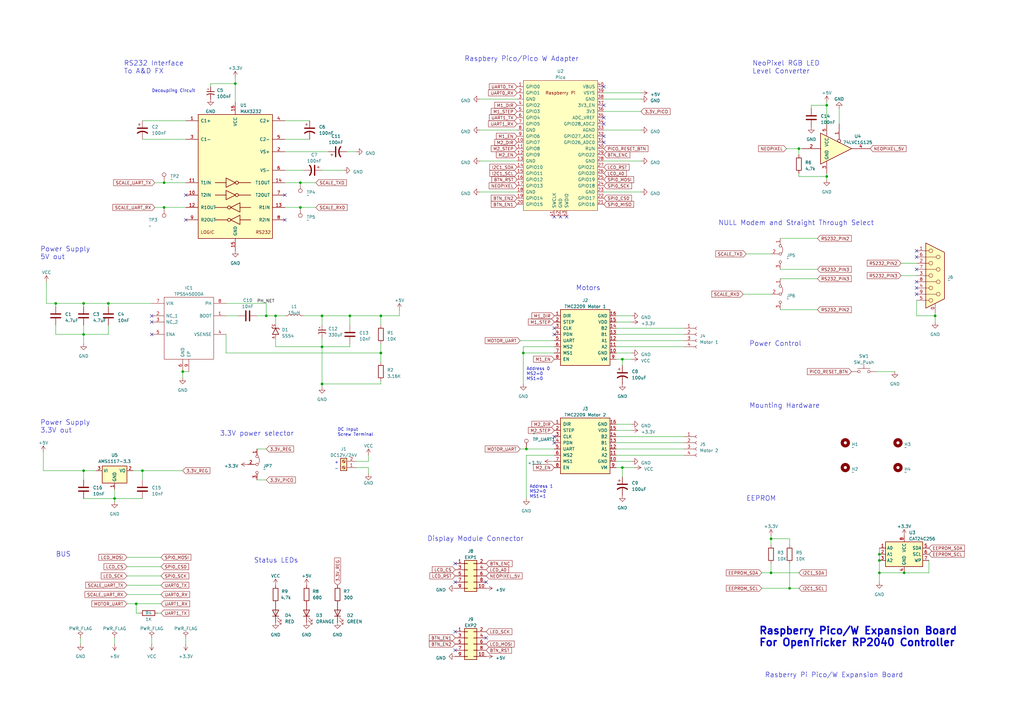
<source format=kicad_sch>
(kicad_sch (version 20230121) (generator eeschema)
  (paper "A3")
  (junction (at 55.88 247.65))
  (junction (at 316.23 234.95))
  (junction (at 327.66 60.96))
  (junction (at 339.09 43.18))
  (junction (at 67.31 85.09))
  (junction (at 34.29 124.46))
  (junction (at 156.21 129.54))
  (junction (at 123.19 85.09))
  (junction (at 74.93 152.4))
  (junction (at 58.42 193.04))
  (junction (at 132.08 129.54))
  (junction (at 214.63 144.78))
  (junction (at 96.52 34.29))
  (junction (at 44.45 124.46))
  (junction (at 34.29 137.16))
  (junction (at 255.27 147.32))
  (junction (at 360.68 234.95))
  (junction (at 360.68 229.87))
  (junction (at 132.08 157.48))
  (junction (at 360.68 227.33))
  (junction (at 370.84 234.95))
  (junction (at 215.9 184.15))
  (junction (at 34.29 193.04))
  (junction (at 143.51 129.54))
  (junction (at 316.23 220.98))
  (junction (at 156.21 144.78))
  (junction (at 67.31 74.93))
  (junction (at 123.19 74.93))
  (junction (at 323.85 241.3))
  (junction (at 339.09 72.39))
  (junction (at 113.03 129.54))
  (junction (at 109.22 129.54))
  (junction (at 132.08 142.24))
  (junction (at 46.99 204.47))
  (junction (at 383.54 129.54))
  (junction (at 22.86 124.46))
  (junction (at 255.27 191.77))
  (no_connect (at 62.23 129.54))
  (no_connect (at 229.87 88.9))
  (no_connect (at 227.33 179.07))
  (no_connect (at 227.33 137.16))
  (no_connect (at 186.69 238.76))
  (no_connect (at 247.65 50.8))
  (no_connect (at 227.33 134.62))
  (no_connect (at 76.2 80.01))
  (no_connect (at 227.33 181.61))
  (no_connect (at 247.65 48.26))
  (no_connect (at 375.92 115.57))
  (no_connect (at 247.65 58.42))
  (no_connect (at 62.23 137.16))
  (no_connect (at 76.2 90.17))
  (no_connect (at 227.33 88.9))
  (no_connect (at 375.92 102.87))
  (no_connect (at 247.65 55.88))
  (no_connect (at 232.41 88.9))
  (no_connect (at 375.92 110.49))
  (no_connect (at 62.23 132.08))
  (no_connect (at 199.39 261.62))
  (no_connect (at 247.65 43.18))
  (no_connect (at 375.92 105.41))
  (no_connect (at 375.92 118.11))
  (no_connect (at 375.92 120.65))
  (no_connect (at 199.39 238.76))
  (no_connect (at 247.65 35.56))
  (no_connect (at 116.84 80.01))
  (no_connect (at 186.69 259.08))
  (no_connect (at 186.69 231.14))
  (no_connect (at 186.69 266.7))
  (no_connect (at 116.84 90.17))
  (wire (pts (xy 215.9 186.69) (xy 215.9 204.47)))
  (wire (pts (xy 58.42 49.53) (xy 76.2 49.53)))
  (wire (pts (xy 151.13 191.77) (xy 151.13 194.31)))
  (wire (pts (xy 259.08 147.32) (xy 255.27 147.32)))
  (wire (pts (xy 316.23 231.14) (xy 316.23 234.95)))
  (wire (pts (xy 255.27 191.77) (xy 252.73 191.77)))
  (wire (pts (xy 262.89 53.34) (xy 247.65 53.34)))
  (wire (pts (xy 142.24 62.23) (xy 146.05 62.23)))
  (wire (pts (xy 52.07 232.41) (xy 66.04 232.41)))
  (wire (pts (xy 359.41 152.4) (xy 367.03 152.4)))
  (wire (pts (xy 66.04 243.84) (xy 52.07 243.84)))
  (wire (pts (xy 22.86 133.35) (xy 22.86 137.16)))
  (wire (pts (xy 327.66 72.39) (xy 339.09 72.39)))
  (wire (pts (xy 252.73 137.16) (xy 280.67 137.16)))
  (wire (pts (xy 58.42 193.04) (xy 74.93 193.04)))
  (wire (pts (xy 44.45 133.35) (xy 44.45 137.16)))
  (wire (pts (xy 17.78 193.04) (xy 34.29 193.04)))
  (wire (pts (xy 146.05 189.23) (xy 151.13 189.23)))
  (wire (pts (xy 252.73 134.62) (xy 280.67 134.62)))
  (wire (pts (xy 86.36 34.29) (xy 96.52 34.29)))
  (wire (pts (xy 316.23 220.98) (xy 316.23 223.52)))
  (wire (pts (xy 316.23 234.95) (xy 327.66 234.95)))
  (wire (pts (xy 323.85 223.52) (xy 323.85 220.98)))
  (wire (pts (xy 322.58 60.96) (xy 327.66 60.96)))
  (wire (pts (xy 196.85 66.04) (xy 212.09 66.04)))
  (wire (pts (xy 156.21 156.21) (xy 156.21 157.48)))
  (wire (pts (xy 320.04 114.3) (xy 335.28 114.3)))
  (wire (pts (xy 44.45 124.46) (xy 44.45 125.73)))
  (wire (pts (xy 344.17 44.45) (xy 344.17 50.8)))
  (wire (pts (xy 116.84 62.23) (xy 134.62 62.23)))
  (wire (pts (xy 109.22 124.46) (xy 109.22 129.54)))
  (wire (pts (xy 34.29 137.16) (xy 34.29 140.97)))
  (wire (pts (xy 46.99 204.47) (xy 58.42 204.47)))
  (wire (pts (xy 156.21 129.54) (xy 156.21 133.35)))
  (wire (pts (xy 34.29 193.04) (xy 39.37 193.04)))
  (wire (pts (xy 316.23 219.71) (xy 316.23 220.98)))
  (wire (pts (xy 259.08 173.99) (xy 252.73 173.99)))
  (wire (pts (xy 320.04 127) (xy 335.28 127)))
  (wire (pts (xy 227.33 186.69) (xy 215.9 186.69)))
  (wire (pts (xy 306.07 104.14) (xy 316.23 104.14)))
  (wire (pts (xy 339.09 43.18) (xy 339.09 50.8)))
  (wire (pts (xy 34.29 193.04) (xy 34.29 196.85)))
  (wire (pts (xy 143.51 129.54) (xy 156.21 129.54)))
  (wire (pts (xy 327.66 60.96) (xy 328.93 60.96)))
  (wire (pts (xy 116.84 49.53) (xy 127 49.53)))
  (wire (pts (xy 151.13 189.23) (xy 151.13 186.69)))
  (wire (pts (xy 55.88 247.65) (xy 66.04 247.65)))
  (wire (pts (xy 252.73 176.53) (xy 259.08 176.53)))
  (wire (pts (xy 252.73 186.69) (xy 280.67 186.69)))
  (wire (pts (xy 54.61 193.04) (xy 58.42 193.04)))
  (wire (pts (xy 67.31 85.09) (xy 76.2 85.09)))
  (wire (pts (xy 132.08 142.24) (xy 132.08 157.48)))
  (wire (pts (xy 327.66 60.96) (xy 327.66 63.5)))
  (wire (pts (xy 19.05 124.46) (xy 22.86 124.46)))
  (wire (pts (xy 252.73 132.08) (xy 259.08 132.08)))
  (wire (pts (xy 260.35 191.77) (xy 255.27 191.77)))
  (wire (pts (xy 86.36 35.56) (xy 86.36 34.29)))
  (wire (pts (xy 92.71 124.46) (xy 109.22 124.46)))
  (wire (pts (xy 92.71 137.16) (xy 92.71 144.78)))
  (wire (pts (xy 109.22 129.54) (xy 113.03 129.54)))
  (wire (pts (xy 360.68 234.95) (xy 360.68 238.76)))
  (wire (pts (xy 383.54 132.08) (xy 383.54 129.54)))
  (wire (pts (xy 76.2 261.62) (xy 76.2 264.16)))
  (wire (pts (xy 132.08 69.85) (xy 140.97 69.85)))
  (wire (pts (xy 58.42 193.04) (xy 58.42 196.85)))
  (wire (pts (xy 381 229.87) (xy 381 234.95)))
  (wire (pts (xy 132.08 129.54) (xy 132.08 133.35)))
  (wire (pts (xy 255.27 147.32) (xy 255.27 149.86)))
  (wire (pts (xy 252.73 144.78) (xy 259.08 144.78)))
  (wire (pts (xy 381 234.95) (xy 370.84 234.95)))
  (wire (pts (xy 19.05 115.57) (xy 19.05 124.46)))
  (wire (pts (xy 116.84 57.15) (xy 127 57.15)))
  (wire (pts (xy 52.07 240.03) (xy 66.04 240.03)))
  (wire (pts (xy 327.66 71.12) (xy 327.66 72.39)))
  (wire (pts (xy 34.29 124.46) (xy 34.29 125.73)))
  (wire (pts (xy 74.93 152.4) (xy 74.93 154.94)))
  (wire (pts (xy 113.03 142.24) (xy 132.08 142.24)))
  (wire (pts (xy 262.89 45.72) (xy 247.65 45.72)))
  (wire (pts (xy 58.42 57.15) (xy 76.2 57.15)))
  (wire (pts (xy 92.71 129.54) (xy 97.79 129.54)))
  (wire (pts (xy 132.08 138.43) (xy 132.08 142.24)))
  (wire (pts (xy 124.46 129.54) (xy 132.08 129.54)))
  (wire (pts (xy 304.8 120.65) (xy 316.23 120.65)))
  (wire (pts (xy 34.29 133.35) (xy 34.29 137.16)))
  (wire (pts (xy 339.09 41.91) (xy 339.09 43.18)))
  (wire (pts (xy 332.74 43.18) (xy 339.09 43.18)))
  (wire (pts (xy 360.68 229.87) (xy 360.68 234.95)))
  (wire (pts (xy 22.86 137.16) (xy 34.29 137.16)))
  (wire (pts (xy 64.77 251.46) (xy 66.04 251.46)))
  (wire (pts (xy 55.88 247.65) (xy 55.88 251.46)))
  (wire (pts (xy 255.27 147.32) (xy 252.73 147.32)))
  (wire (pts (xy 44.45 137.16) (xy 34.29 137.16)))
  (wire (pts (xy 156.21 157.48) (xy 132.08 157.48)))
  (wire (pts (xy 34.29 124.46) (xy 44.45 124.46)))
  (wire (pts (xy 252.73 181.61) (xy 280.67 181.61)))
  (wire (pts (xy 339.09 72.39) (xy 339.09 71.12)))
  (wire (pts (xy 252.73 189.23) (xy 259.08 189.23)))
  (wire (pts (xy 196.85 53.34) (xy 212.09 53.34)))
  (wire (pts (xy 92.71 144.78) (xy 156.21 144.78)))
  (wire (pts (xy 143.51 140.97) (xy 143.51 142.24)))
  (wire (pts (xy 129.54 74.93) (xy 123.19 74.93)))
  (wire (pts (xy 252.73 139.7) (xy 280.67 139.7)))
  (wire (pts (xy 146.05 191.77) (xy 151.13 191.77)))
  (wire (pts (xy 34.29 204.47) (xy 46.99 204.47)))
  (wire (pts (xy 132.08 157.48) (xy 132.08 158.75)))
  (wire (pts (xy 262.89 78.74) (xy 247.65 78.74)))
  (wire (pts (xy 360.68 224.79) (xy 360.68 227.33)))
  (wire (pts (xy 46.99 204.47) (xy 46.99 205.74)))
  (wire (pts (xy 227.33 142.24) (xy 214.63 142.24)))
  (wire (pts (xy 74.93 152.4) (xy 77.47 152.4)))
  (wire (pts (xy 22.86 124.46) (xy 22.86 125.73)))
  (wire (pts (xy 375.92 129.54) (xy 383.54 129.54)))
  (wire (pts (xy 252.73 184.15) (xy 280.67 184.15)))
  (wire (pts (xy 109.22 196.85) (xy 105.41 196.85)))
  (wire (pts (xy 323.85 220.98) (xy 316.23 220.98)))
  (wire (pts (xy 46.99 200.66) (xy 46.99 204.47)))
  (wire (pts (xy 44.45 124.46) (xy 62.23 124.46)))
  (wire (pts (xy 143.51 142.24) (xy 132.08 142.24)))
  (wire (pts (xy 339.09 73.66) (xy 339.09 72.39)))
  (wire (pts (xy 255.27 191.77) (xy 255.27 195.58)))
  (wire (pts (xy 109.22 184.15) (xy 105.41 184.15)))
  (wire (pts (xy 369.57 107.95) (xy 375.92 107.95)))
  (wire (pts (xy 196.85 40.64) (xy 212.09 40.64)))
  (wire (pts (xy 375.92 123.19) (xy 375.92 129.54)))
  (wire (pts (xy 312.42 241.3) (xy 323.85 241.3)))
  (wire (pts (xy 57.15 251.46) (xy 55.88 251.46)))
  (wire (pts (xy 323.85 231.14) (xy 323.85 241.3)))
  (wire (pts (xy 215.9 184.15) (xy 227.33 184.15)))
  (wire (pts (xy 116.84 69.85) (xy 124.46 69.85)))
  (wire (pts (xy 52.07 236.22) (xy 66.04 236.22)))
  (wire (pts (xy 262.89 40.64) (xy 247.65 40.64)))
  (wire (pts (xy 62.23 261.62) (xy 62.23 264.16)))
  (wire (pts (xy 259.08 129.54) (xy 252.73 129.54)))
  (wire (pts (xy 369.57 113.03) (xy 375.92 113.03)))
  (wire (pts (xy 105.41 129.54) (xy 109.22 129.54)))
  (wire (pts (xy 252.73 179.07) (xy 280.67 179.07)))
  (wire (pts (xy 96.52 34.29) (xy 96.52 41.91)))
  (wire (pts (xy 214.63 144.78) (xy 227.33 144.78)))
  (wire (pts (xy 213.36 184.15) (xy 215.9 184.15)))
  (wire (pts (xy 226.06 189.23) (xy 227.33 189.23)))
  (wire (pts (xy 156.21 129.54) (xy 163.83 129.54)))
  (wire (pts (xy 360.68 234.95) (xy 370.84 234.95)))
  (wire (pts (xy 123.19 74.93) (xy 116.84 74.93)))
  (wire (pts (xy 213.36 139.7) (xy 227.33 139.7)))
  (wire (pts (xy 360.68 227.33) (xy 360.68 229.87)))
  (wire (pts (xy 129.54 85.09) (xy 123.19 85.09)))
  (wire (pts (xy 33.02 261.62) (xy 33.02 264.16)))
  (wire (pts (xy 323.85 241.3) (xy 327.66 241.3)))
  (wire (pts (xy 46.99 261.62) (xy 46.99 264.16)))
  (wire (pts (xy 163.83 129.54) (xy 163.83 127)))
  (wire (pts (xy 196.85 78.74) (xy 212.09 78.74)))
  (wire (pts (xy 52.07 247.65) (xy 55.88 247.65)))
  (wire (pts (xy 63.5 85.09) (xy 67.31 85.09)))
  (wire (pts (xy 113.03 129.54) (xy 113.03 133.35)))
  (wire (pts (xy 252.73 142.24) (xy 280.67 142.24)))
  (wire (pts (xy 22.86 124.46) (xy 34.29 124.46)))
  (wire (pts (xy 320.04 110.49) (xy 335.28 110.49)))
  (wire (pts (xy 113.03 138.43) (xy 113.03 142.24)))
  (wire (pts (xy 52.07 228.6) (xy 66.04 228.6)))
  (wire (pts (xy 214.63 144.78) (xy 214.63 157.48)))
  (wire (pts (xy 123.19 85.09) (xy 116.84 85.09)))
  (wire (pts (xy 113.03 129.54) (xy 116.84 129.54)))
  (wire (pts (xy 320.04 97.79) (xy 335.28 97.79)))
  (wire (pts (xy 312.42 234.95) (xy 316.23 234.95)))
  (wire (pts (xy 17.78 185.42) (xy 17.78 193.04)))
  (wire (pts (xy 143.51 129.54) (xy 143.51 133.35)))
  (wire (pts (xy 262.89 66.04) (xy 247.65 66.04)))
  (wire (pts (xy 63.5 74.93) (xy 67.31 74.93)))
  (wire (pts (xy 332.74 44.45) (xy 332.74 43.18)))
  (wire (pts (xy 132.08 129.54) (xy 143.51 129.54)))
  (wire (pts (xy 214.63 142.24) (xy 214.63 144.78)))
  (wire (pts (xy 383.54 129.54) (xy 383.54 128.27)))
  (wire (pts (xy 96.52 31.75) (xy 96.52 34.29)))
  (wire (pts (xy 156.21 140.97) (xy 156.21 144.78)))
  (wire (pts (xy 262.89 38.1) (xy 247.65 38.1)))
  (wire (pts (xy 67.31 74.93) (xy 76.2 74.93)))
  (wire (pts (xy 156.21 144.78) (xy 156.21 148.59)))
  (text "Motors" (at 236.22 119.38 0) (effects (font (size 2 2)) (justify left bottom)))
  (text "Address 1\nMS2=0\nMS1=1" (at 217.17 204.47 0) (effects (font (size 1.27 1.27)) (justify left bottom)))
  (text "NeoPixel RGB LED\nLevel Converter" (at 308.61 30.48 0) (effects (font (size 2 2)) (justify left bottom)))
  (text "BUS" (at 22.86 228.6 0) (effects (font (size 2 2)) (justify left bottom)))
  (text "Mounting Hardware" (at 307.34 167.64 0) (effects (font (size 2 2)) (justify left bottom)))
  (text "EEPROM" (at 306.07 205.74 0) (effects (font (size 2 2)) (justify left bottom)))
  (text "Display Module Connector" (at 175.26 222.25 0) (effects (font (size 2 2)) (justify left bottom)))
  (text "Raspberry Pico/W Expansion Board\nFor OpenTricker RP2040 Controller" (at 311.15 265.43 0) (effects (font (size 3 3) (thickness 0.6) bold) (justify left bottom)))
  (text "Decoupling Circuit" (at 62.23 38.1 0) (effects (font (size 1.27 1.27)) (justify left bottom)))
  (text "DC Input\nScrew Terminal" (at 138.43 179.07 0) (effects (font (size 1.27 1.27)) (justify left bottom)))
  (text "3.3V power selector" (at 90.17 179.07 0) (effects (font (size 2 2)) (justify left bottom)))
  (text "RS232 Interface\nTo A&D FX" (at 50.8 30.48 0) (effects (font (size 2 2)) (justify left bottom)))
  (text "Power Supply\n5V out" (at 16.51 106.68 0) (effects (font (size 2 2)) (justify left bottom)))
  (text "Power Supply\n3.3V out" (at 16.51 177.8 0) (effects (font (size 2 2)) (justify left bottom)))
  (text "Rasberry Pi Pico/W Expansion Board" (at 313.69 278.13 0) (effects (font (size 2 2)) (justify left bottom)))
  (text "Power Control" (at 307.34 142.24 0) (effects (font (size 2 2)) (justify left bottom)))
  (text "+" (at 137.16 190.5 0) (effects (font (size 1.27 1.27)) (justify left bottom)))
  (text "Raspbery Pico/Pico W Adapter" (at 190.5 25.4 0) (effects (font (size 2 2)) (justify left bottom)))
  (text "Status LEDs" (at 104.14 231.14 0) (effects (font (size 2 2)) (justify left bottom)))
  (text "-" (at 137.16 193.04 0) (effects (font (size 1.27 1.27)) (justify left bottom)))
  (text "Address 0\nMS2=0\nMS1=0" (at 215.9 156.21 0) (effects (font (size 1.27 1.27)) (justify left bottom)))
  (text "NULL Modem and Straight Through Select" (at 294.64 92.71 0) (effects (font (size 2 2)) (justify left bottom)))
  (label "PH_NET" (at 105.41 124.46 0))
  (global_label "EEPROM_SDA" (shape input) (at 312.42 234.95 180) (property "Intersheetrefs" "${INTERSHEET_REFS}" (effects hide)))
  (global_label "MOTOR_UART" (shape input) (at 52.07 247.65 180) (property "Intersheetrefs" "${INTERSHEET_REFS}" (effects hide)))
  (global_label "LCD_A0" (shape input) (at 247.65 71.12 0) (property "Intersheetrefs" "${INTERSHEET_REFS}" (effects hide)))
  (global_label "3.3V_REG" (shape input) (at 109.22 184.15 0) (property "Intersheetrefs" "${INTERSHEET_REFS}" (effects hide)))
  (global_label "NEOPIXEL" (shape input) (at 212.09 76.2 180) (property "Intersheetrefs" "${INTERSHEET_REFS}" (effects hide)))
  (global_label "SCALE_UART_TX" (shape input) (at 63.5 74.93 180) (property "Intersheetrefs" "${INTERSHEET_REFS}" (effects hide)))
  (global_label "RS232_PIN3" (shape input) (at 335.28 110.49 0) (property "Intersheetrefs" "${INTERSHEET_REFS}" (effects hide)))
  (global_label "BTN_EN2" (shape input) (at 186.69 264.16 180) (property "Intersheetrefs" "${INTERSHEET_REFS}" (effects hide)))
  (global_label "M1_EN" (shape input) (at 227.33 147.32 180) (property "Intersheetrefs" "${INTERSHEET_REFS}" (effects hide)))
  (global_label "SCALE_TXD" (shape input) (at 129.54 74.93 0) (property "Intersheetrefs" "${INTERSHEET_REFS}" (effects hide)))
  (global_label "MOTOR_UART" (shape input) (at 213.36 139.7 180) (property "Intersheetrefs" "${INTERSHEET_REFS}" (effects hide)))
  (global_label "BTN_EN1" (shape input) (at 186.69 261.62 180) (property "Intersheetrefs" "${INTERSHEET_REFS}" (effects hide)))
  (global_label "BTN_RST" (shape input) (at 199.39 266.7 0) (property "Intersheetrefs" "${INTERSHEET_REFS}" (effects hide)))
  (global_label "UART1_RX" (shape input) (at 212.09 50.8 180) (property "Intersheetrefs" "${INTERSHEET_REFS}" (effects hide)))
  (global_label "M2_STEP" (shape input) (at 227.33 176.53 180) (property "Intersheetrefs" "${INTERSHEET_REFS}" (effects hide)))
  (global_label "EEPROM_SCL" (shape input) (at 312.42 241.3 180) (property "Intersheetrefs" "${INTERSHEET_REFS}" (effects hide)))
  (global_label "LCD_CS" (shape input) (at 186.69 233.68 180) (property "Intersheetrefs" "${INTERSHEET_REFS}" (effects hide)))
  (global_label "LCD_MOSI" (shape input) (at 52.07 228.6 180) (property "Intersheetrefs" "${INTERSHEET_REFS}" (effects hide)))
  (global_label "UART1_RX" (shape input) (at 66.04 247.65 0) (property "Intersheetrefs" "${INTERSHEET_REFS}" (effects hide)))
  (global_label "PICO_RESET_BTN" (shape input) (at 247.65 60.96 0) (property "Intersheetrefs" "${INTERSHEET_REFS}" (effects hide)))
  (global_label "SPI0_MOSI" (shape input) (at 247.65 73.66 0) (property "Intersheetrefs" "${INTERSHEET_REFS}" (effects hide)))
  (global_label "LCD_A0" (shape input) (at 199.39 233.68 0) (property "Intersheetrefs" "${INTERSHEET_REFS}" (effects hide)))
  (global_label "3.3V_PICO" (shape input) (at 109.22 196.85 0) (property "Intersheetrefs" "${INTERSHEET_REFS}" (effects hide)))
  (global_label "RS232_PIN2" (shape input) (at 369.57 107.95 180) (property "Intersheetrefs" "${INTERSHEET_REFS}" (effects hide)))
  (global_label "SCALE_RXD" (shape input) (at 304.8 120.65 180) (property "Intersheetrefs" "${INTERSHEET_REFS}" (effects hide)))
  (global_label "M2_EN" (shape input) (at 227.33 191.77 180) (property "Intersheetrefs" "${INTERSHEET_REFS}" (effects hide)))
  (global_label "LCD_MOSI" (shape input) (at 199.39 264.16 0) (property "Intersheetrefs" "${INTERSHEET_REFS}" (effects hide)))
  (global_label "M1_STEP" (shape input) (at 227.33 132.08 180) (property "Intersheetrefs" "${INTERSHEET_REFS}" (effects hide)))
  (global_label "BTN_EN2" (shape input) (at 212.09 81.28 180) (property "Intersheetrefs" "${INTERSHEET_REFS}" (effects hide)))
  (global_label "SCALE_UART_TX" (shape input) (at 52.07 240.03 180) (property "Intersheetrefs" "${INTERSHEET_REFS}" (effects hide)))
  (global_label "I2C1_SDA" (shape input) (at 212.09 68.58 180) (property "Intersheetrefs" "${INTERSHEET_REFS}" (effects hide)))
  (global_label "M1_EN" (shape input) (at 212.09 55.88 180) (property "Intersheetrefs" "${INTERSHEET_REFS}" (effects hide)))
  (global_label "M2_EN" (shape input) (at 212.09 63.5 180) (property "Intersheetrefs" "${INTERSHEET_REFS}" (effects hide)))
  (global_label "LCD_RST" (shape input) (at 247.65 68.58 0) (property "Intersheetrefs" "${INTERSHEET_REFS}" (effects hide)))
  (global_label "EEPROM_SCL" (shape input) (at 381 227.33 0) (property "Intersheetrefs" "${INTERSHEET_REFS}" (effects hide)))
  (global_label "LED_SCK" (shape input) (at 199.39 259.08 0) (property "Intersheetrefs" "${INTERSHEET_REFS}" (effects hide)))
  (global_label "I2C1_SDA" (shape input) (at 327.66 234.95 0) (property "Intersheetrefs" "${INTERSHEET_REFS}" (effects hide)))
  (global_label "SPI0_CS0" (shape input) (at 66.04 232.41 0) (property "Intersheetrefs" "${INTERSHEET_REFS}" (effects hide)))
  (global_label "SPI0_CS0" (shape input) (at 247.65 81.28 0) (property "Intersheetrefs" "${INTERSHEET_REFS}" (effects hide)))
  (global_label "NEOPIXEL" (shape input) (at 322.58 60.96 180) (property "Intersheetrefs" "${INTERSHEET_REFS}" (effects hide)))
  (global_label "SCALE_UART_RX" (shape input) (at 63.5 85.09 180) (property "Intersheetrefs" "${INTERSHEET_REFS}" (effects hide)))
  (global_label "M2_DIR" (shape input) (at 227.33 173.99 180) (property "Intersheetrefs" "${INTERSHEET_REFS}" (effects hide)))
  (global_label "BTN_ENC" (shape input) (at 247.65 63.5 0) (property "Intersheetrefs" "${INTERSHEET_REFS}" (effects hide)))
  (global_label "SPI0_SCK" (shape input) (at 66.04 236.22 0) (property "Intersheetrefs" "${INTERSHEET_REFS}" (effects hide)))
  (global_label "NEOPIXEL_5V" (shape input) (at 199.39 236.22 0) (property "Intersheetrefs" "${INTERSHEET_REFS}" (effects hide)))
  (global_label "SCALE_TXD" (shape input) (at 306.07 104.14 180) (property "Intersheetrefs" "${INTERSHEET_REFS}" (effects hide)))
  (global_label "M2_STEP" (shape input) (at 212.09 60.96 180) (property "Intersheetrefs" "${INTERSHEET_REFS}" (effects hide)))
  (global_label "SPI0_MOSI" (shape input) (at 66.04 228.6 0) (property "Intersheetrefs" "${INTERSHEET_REFS}" (effects hide)))
  (global_label "UART0_TX" (shape input) (at 212.09 35.56 180) (property "Intersheetrefs" "${INTERSHEET_REFS}" (effects hide)))
  (global_label "UART0_TX" (shape input) (at 66.04 240.03 0) (property "Intersheetrefs" "${INTERSHEET_REFS}" (effects hide)))
  (global_label "LED_SCK" (shape input) (at 52.07 236.22 180) (property "Intersheetrefs" "${INTERSHEET_REFS}" (effects hide)))
  (global_label "RS232_PIN2" (shape input) (at 335.28 97.79 0) (property "Intersheetrefs" "${INTERSHEET_REFS}" (effects hide)))
  (global_label "RS232_PIN3" (shape input) (at 335.28 114.3 0) (property "Intersheetrefs" "${INTERSHEET_REFS}" (effects hide)))
  (global_label "BTN_ENC" (shape input) (at 199.39 231.14 0) (property "Intersheetrefs" "${INTERSHEET_REFS}" (effects hide)))
  (global_label "SPI0_SCK" (shape input) (at 247.65 76.2 0) (property "Intersheetrefs" "${INTERSHEET_REFS}" (effects hide)))
  (global_label "I2C1_SCL" (shape input) (at 327.66 241.3 0) (property "Intersheetrefs" "${INTERSHEET_REFS}" (effects hide)))
  (global_label "RS232_PIN2" (shape input) (at 335.28 127 0) (property "Intersheetrefs" "${INTERSHEET_REFS}" (effects hide)))
  (global_label "LCD_CS" (shape input) (at 52.07 232.41 180) (property "Intersheetrefs" "${INTERSHEET_REFS}" (effects hide)))
  (global_label "UART1_TX" (shape input) (at 66.04 251.46 0) (property "Intersheetrefs" "${INTERSHEET_REFS}" (effects hide)))
  (global_label "3.3V_PICO" (shape input) (at 262.89 45.72 0) (property "Intersheetrefs" "${INTERSHEET_REFS}" (effects hide)))
  (global_label "SCALE_RXD" (shape input) (at 129.54 85.09 0) (property "Intersheetrefs" "${INTERSHEET_REFS}" (effects hide)))
  (global_label "3.3V_REG" (shape input) (at 74.93 193.04 0) (property "Intersheetrefs" "${INTERSHEET_REFS}" (effects hide)))
  (global_label "NEOPIXEL_5V" (shape input) (at 356.87 60.96 0) (property "Intersheetrefs" "${INTERSHEET_REFS}" (effects hide)))
  (global_label "BTN_EN1" (shape input) (at 212.09 83.82 180) (property "Intersheetrefs" "${INTERSHEET_REFS}" (effects hide)))
  (global_label "RS232_PIN3" (shape input) (at 369.57 113.03 180) (property "Intersheetrefs" "${INTERSHEET_REFS}" (effects hide)))
  (global_label "BTN_RST" (shape input) (at 212.09 73.66 180) (property "Intersheetrefs" "${INTERSHEET_REFS}" (effects hide)))
  (global_label "EEPROM_SDA" (shape input) (at 381 224.79 0) (property "Intersheetrefs" "${INTERSHEET_REFS}" (effects hide)))
  (global_label "SCALE_UART_RX" (shape input) (at 52.07 243.84 180) (property "Intersheetrefs" "${INTERSHEET_REFS}" (effects hide)))
  (global_label "LCD_RST" (shape input) (at 186.69 236.22 180) (property "Intersheetrefs" "${INTERSHEET_REFS}" (effects hide)))
  (global_label "UART0_RX" (shape input) (at 66.04 243.84 0) (property "Intersheetrefs" "${INTERSHEET_REFS}" (effects hide)))
  (global_label "M1_DIR" (shape input) (at 212.09 43.18 180) (property "Intersheetrefs" "${INTERSHEET_REFS}" (effects hide)))
  (global_label "3.3V_REG" (shape input) (at 138.43 240.03 90) (property "Intersheetrefs" "${INTERSHEET_REFS}" (effects hide)))
  (global_label "UART1_TX" (shape input) (at 212.09 48.26 180) (property "Intersheetrefs" "${INTERSHEET_REFS}" (effects hide)))
  (global_label "SPI0_MISO" (shape input) (at 247.65 83.82 0) (property "Intersheetrefs" "${INTERSHEET_REFS}" (effects hide)))
  (global_label "UART0_RX" (shape input) (at 212.09 38.1 180) (property "Intersheetrefs" "${INTERSHEET_REFS}" (effects hide)))
  (global_label "PICO_RESET_BTN" (shape input) (at 349.25 152.4 180) (property "Intersheetrefs" "${INTERSHEET_REFS}" (effects hide)))
  (global_label "M2_DIR" (shape input) (at 212.09 58.42 180) (property "Intersheetrefs" "${INTERSHEET_REFS}" (effects hide)))
  (global_label "MOTOR_UART" (shape input) (at 213.36 184.15 180) (property "Intersheetrefs" "${INTERSHEET_REFS}" (effects hide)))
  (global_label "M1_STEP" (shape input) (at 212.09 45.72 180) (property "Intersheetrefs" "${INTERSHEET_REFS}" (effects hide)))
  (global_label "M1_DIR" (shape input) (at 227.33 129.54 180) (property "Intersheetrefs" "${INTERSHEET_REFS}" (effects hide)))
  (global_label "I2C1_SCL" (shape input) (at 212.09 71.12 180) (property "Intersheetrefs" "${INTERSHEET_REFS}" (effects hide)))
  (symbol (lib_id "Device:C") (at 34.29 200.66 0) (unit 1)
    (property "Reference" "C16" (at 38.1 200.025 0) (effects (justify left)))
    (property "Value" "10nF" (at 38.1 202.565 0) (effects (justify left)))
    (property "Footprint" "Capacitor_SMD:C_0805_2012Metric_Pad1.18x1.45mm_HandSolder" (effects hide))
  )
  (symbol (lib_id "power:GND") (at 259.08 144.78 90) (unit 1)
    (property "Reference" "#PWR016" (effects hide))
    (property "Value" "GND" (at 262.89 145.415 90) (effects (justify right)))
  )
  (symbol (lib_id "power:VCC") (at 260.35 191.77 270) (unit 1)
    (property "Reference" "#PWR021" (effects hide))
    (property "Value" "VCC" (at 264.16 192.405 90) (effects (justify left)))
  )
  (symbol (lib_id "power:PWR_FLAG") (at 76.2 261.62 0) (unit 1)
    (property "Reference" "#FLG04" (effects hide))
    (property "Value" "PWR_FLAG" (at 76.2 257.81 0))
  )
  (symbol (lib_id "power:GND") (at 360.68 238.76 0) (unit 1)
    (property "Reference" "#PWR047" (effects hide))
    (property "Value" "GND" (at 360.68 243.84 0))
  )
  (symbol (lib_id "power:VCC") (at 62.23 264.16 180) (unit 1)
    (property "Reference" "#PWR037" (effects hide))
    (property "Value" "VCC" (at 62.23 269.24 0))
  )
  (symbol (lib_id "power:GND") (at 125.73 255.27 0) (unit 1)
    (property "Reference" "#PWR056" (effects hide))
    (property "Value" "GND" (at 125.73 260.35 0))
  )
  (symbol (lib_id "power:GND") (at 259.08 173.99 90) (unit 1)
    (property "Reference" "#PWR018" (effects hide))
    (property "Value" "GND" (at 262.89 174.625 90) (effects (justify right)))
  )
  (symbol (lib_id "Connector:Screw_Terminal_01x02") (at 140.97 191.77 180) (unit 1)
    (property "Reference" "J1" (at 140.97 184.15 0))
    (property "Value" "DC12V/24V" (at 140.97 186.69 0))
    (property "Footprint" "TerminalBlock:TerminalBlock_bornier-2_P5.08mm" (effects hide))
  )
  (symbol (lib_id "power:GND") (at 113.03 255.27 0) (unit 1)
    (property "Reference" "#PWR058" (effects hide))
    (property "Value" "GND" (at 113.03 260.35 0))
  )
  (symbol (lib_id "Device:C_Polarized_Small_US") (at 132.08 135.89 0) (unit 1)
    (property "Reference" "C12" (at 134.62 134.8232 0) (effects (justify left)))
    (property "Value" "330uF" (at 134.62 137.3632 0) (effects (justify left)))
    (property "Footprint" "Capacitor_SMD:CP_Elec_10x10.5" (effects hide))
  )
  (symbol (lib_id "power:+5V") (at 199.39 241.3 270) (unit 1)
    (property "Reference" "#PWR038" (effects hide))
    (property "Value" "+5V" (at 203.2 241.935 90) (effects (justify left)))
  )
  (symbol (lib_id "Device:LED") (at 125.73 251.46 90) (unit 1)
    (property "Reference" "D3" (at 129.54 252.4125 90) (effects (justify right)))
    (property "Value" "ORANGE" (at 129.54 254.9525 90) (effects (justify right)))
    (property "Footprint" "Diode_SMD:D_0805_2012Metric_Pad1.15x1.40mm_HandSolder" (effects hide))
  )
  (symbol (lib_id "power:GND") (at 146.05 62.23 90) (unit 1)
    (property "Reference" "#PWR023" (effects hide))
    (property "Value" "GND" (at 149.86 62.865 90) (effects (justify right)))
  )
  (symbol (lib_id "power:VCC") (at 259.08 147.32 270) (unit 1)
    (property "Reference" "#PWR017" (effects hide))
    (property "Value" "VCC" (at 262.89 147.955 90) (effects (justify left)))
  )
  (symbol (lib_id "Connector:TestPoint") (at 67.31 74.93 0) (unit 1)
    (property "Reference" "TP2" (at 69.85 72.263 0) (effects (justify left)))
    (property "Value" "~" (at 69.85 73.533 0) (effects (justify left)))
    (property "Footprint" "TestPoint:TestPoint_Pad_2.0x2.0mm" (effects hide))
  )
  (symbol (lib_id "Device:R") (at 138.43 243.84 180) (unit 1)
    (property "Reference" "R7" (at 143.51 242.57 0) (effects (justify left)))
    (property "Value" "300" (at 144.78 245.11 0) (effects (justify left)))
    (property "Footprint" "Resistor_SMD:R_0805_2012Metric_Pad1.20x1.40mm_HandSolder" (effects hide))
  )
  (symbol (lib_id "Device:R") (at 316.23 227.33 0) (unit 1)
    (property "Reference" "R3" (at 318.77 226.695 0) (effects (justify left)))
    (property "Value" "10K" (at 318.77 229.235 0) (effects (justify left)))
    (property "Footprint" "Resistor_SMD:R_0805_2012Metric_Pad1.20x1.40mm_HandSolder" (effects hide))
  )
  (symbol (lib_id "Device:C_Polarized_Small_US") (at 86.36 38.1 0) (unit 1)
    (property "Reference" "C5" (at 88.9 37.0332 0) (effects (justify left)))
    (property "Value" "100nF" (at 88.9 39.5732 0) (effects (justify left)))
    (property "Footprint" "Capacitor_SMD:C_0805_2012Metric_Pad1.18x1.45mm_HandSolder" (effects hide))
  )
  (symbol (lib_id "Device:C_Polarized_US") (at 255.27 199.39 0) (unit 1)
    (property "Reference" "C9" (at 259.08 198.12 0) (effects (justify left)))
    (property "Value" "100uF" (at 259.08 200.66 0) (effects (justify left)))
    (property "Footprint" "Capacitor_SMD:CP_Elec_6.3x7.7" (effects hide))
  )
  (symbol (lib_id "power:GND") (at 215.9 204.47 0) (unit 1)
    (property "Reference" "#PWR07" (effects hide))
    (property "Value" "GND" (at 215.9 209.55 0))
  )
  (symbol (lib_id "power:GND") (at 34.29 140.97 0) (unit 1)
    (property "Reference" "#PWR02" (effects hide))
    (property "Value" "GND" (at 34.29 146.05 0))
  )
  (symbol (lib_id "power:GND") (at 259.08 189.23 90) (unit 1)
    (property "Reference" "#PWR020" (effects hide))
    (property "Value" "GND" (at 262.89 189.865 90) (effects (justify right)))
  )
  (symbol (lib_id "power:+5V") (at 125.73 240.03 0) (unit 1)
    (property "Reference" "#PWR059" (effects hide))
    (property "Value" "+5V" (at 125.73 236.22 0))
  )
  (symbol (lib_id "power:GND") (at 151.13 194.31 0) (unit 1)
    (property "Reference" "#PWR05" (effects hide))
    (property "Value" "GND" (at 151.13 198.12 0))
  )
  (symbol (lib_id "power:GND") (at 196.85 78.74 270) (unit 1)
    (property "Reference" "#PWR031" (effects hide))
    (property "Value" "GND" (at 193.04 79.375 90) (effects (justify right)))
  )
  (symbol (lib_id "Device:C") (at 101.6 129.54 90) (unit 1)
    (property "Reference" "C10" (at 101.6 123.19 90))
    (property "Value" "10nF" (at 101.6 125.73 90))
    (property "Footprint" "Capacitor_SMD:C_0805_2012Metric_Pad1.18x1.45mm_HandSolder" (effects hide))
  )
  (symbol (lib_id "Connector:Conn_01x04_Socket") (at 285.75 181.61 0) (unit 1)
    (property "Reference" "J5" (at 287.02 182.245 0) (effects (justify left)))
    (property "Value" "Motor 2" (at 287.02 184.785 0) (effects (justify left)))
    (property "Footprint" "Connector_JST:JST_XH_B4B-XH-A_1x04_P2.50mm_Vertical" (effects hide))
  )
  (symbol (lib_id "power:VCC") (at 113.03 240.03 0) (unit 1)
    (property "Reference" "#PWR057" (effects hide))
    (property "Value" "VCC" (at 113.03 236.22 0))
  )
  (symbol (lib_id "Mechanical:MountingHole") (at 346.71 181.61 0) (unit 1) (in_bom no)
    (property "Reference" "H1" (at 349.25 182.245 0) (effects (justify left)))
    (property "Value" "~" (at 349.25 183.515 0) (effects (justify left)))
    (property "Footprint" "MountingHole:MountingHole_3.2mm_M3_Pad" (effects hide))
  )
  (symbol (lib_id "Device:R") (at 323.85 227.33 0) (unit 1)
    (property "Reference" "R5" (at 326.39 226.695 0) (effects (justify left)))
    (property "Value" "10K" (at 326.39 229.235 0) (effects (justify left)))
    (property "Footprint" "Resistor_SMD:R_0805_2012Metric_Pad1.20x1.40mm_HandSolder" (effects hide))
  )
  (symbol (lib_id "power:+3.3V") (at 101.6 190.5 90) (unit 1)
    (property "Reference" "#PWR043" (effects hide))
    (property "Value" "+3.3V" (at 97.79 191.135 90) (effects (justify left)))
  )
  (symbol (lib_id "power:+3.3V") (at 259.08 132.08 270) (unit 1)
    (property "Reference" "#PWR015" (effects hide))
    (property "Value" "+3.3V" (at 262.89 132.715 90) (effects (justify left)))
  )
  (symbol (lib_id "Device:R") (at 156.21 152.4 0) (unit 1)
    (property "Reference" "R2" (at 158.75 151.765 0) (effects (justify left)))
    (property "Value" "3.16K" (at 158.75 154.305 0) (effects (justify left)))
    (property "Footprint" "Resistor_SMD:R_0805_2012Metric_Pad1.20x1.40mm_HandSolder" (effects hide))
  )
  (symbol (lib_id "Device:LED") (at 138.43 251.46 90) (unit 1)
    (property "Reference" "D2" (at 142.24 252.4125 90) (effects (justify right)))
    (property "Value" "GREEN" (at 142.24 254.9525 90) (effects (justify right)))
    (property "Footprint" "Diode_SMD:D_0805_2012Metric_Pad1.15x1.40mm_HandSolder" (effects hide))
  )
  (symbol (lib_id "power:GND") (at 96.52 102.87 0) (unit 1)
    (property "Reference" "#PWR09" (effects hide))
    (property "Value" "GND" (at 96.52 107.95 0))
  )
  (symbol (lib_id "Device:C") (at 332.74 48.26 0) (unit 1)
    (property "Reference" "C14" (at 336.55 47.625 0) (effects (justify left)))
    (property "Value" "100nF" (at 336.55 50.165 0) (effects (justify left)))
    (property "Footprint" "Capacitor_SMD:C_0805_2012Metric_Pad1.18x1.45mm_HandSolder" (effects hide))
  )
  (symbol (lib_id "power:VCC") (at 151.13 186.69 0) (unit 1)
    (property "Reference" "#PWR04" (effects hide))
    (property "Value" "VCC" (at 151.13 182.88 0))
  )
  (symbol (lib_id "Connector_Generic:Conn_02x05_Odd_Even") (at 191.77 264.16 0) (unit 1)
    (property "Reference" "J9" (at 193.04 254 0))
    (property "Value" "EXP2" (at 193.04 256.54 0))
    (property "Footprint" "Connector_IDC:IDC-Header_2x05_P2.54mm_Vertical" (effects hide))
  )
  (symbol (lib_id "power:GND") (at 33.02 264.16 0) (unit 1)
    (property "Reference" "#PWR032" (effects hide))
    (property "Value" "GND" (at 33.02 269.24 0))
  )
  (symbol (lib_id "Connector:TestPoint") (at 67.31 85.09 180) (unit 1)
    (property "Reference" "TP3" (at 60.96 90.17 0) (effects (justify right)))
    (property "Value" "~" (at 60.96 92.71 0) (effects (justify right)))
    (property "Footprint" "TestPoint:TestPoint_Pad_2.0x2.0mm" (effects hide))
  )
  (symbol (lib_id "Regulator_Linear:AMS1117-3.3") (at 46.99 193.04 0) (unit 1)
    (property "Reference" "U5" (at 46.99 186.69 0))
    (property "Value" "AMS1117-3.3" (at 46.99 189.23 0))
    (property "Footprint" "Package_TO_SOT_SMD:SOT-223-3_TabPin2" (effects hide))
    (property "Datasheet" "http://www.advanced-monolithic.com/pdf/ds1117.pdf" (effects hide))
  )
  (symbol (lib_id "Device:C") (at 22.86 129.54 0) (unit 1)
    (property "Reference" "C1" (at 26.67 128.905 0) (effects (justify left)))
    (property "Value" "4.7uF" (at 26.67 131.445 0) (effects (justify left)))
    (property "Footprint" "Capacitor_SMD:C_0805_2012Metric_Pad1.18x1.45mm_HandSolder" (effects hide))
  )
  (symbol (lib_id "Connector:TestPoint") (at 123.19 85.09 180) (unit 1)
    (property "Reference" "TP5" (at 125.73 89.027 0) (effects (justify right)))
    (property "Value" "~" (at 125.73 90.297 0) (effects (justify right)))
    (property "Footprint" "TestPoint:TestPoint_Pad_2.0x2.0mm" (effects hide))
  )
  (symbol (lib_id "power:PWR_FLAG") (at 46.99 261.62 0) (unit 1)
    (property "Reference" "#FLG02" (effects hide))
    (property "Value" "PWR_FLAG" (at 46.99 257.81 0))
  )
  (symbol (lib_id "Device:R") (at 60.96 251.46 90) (unit 1)
    (property "Reference" "R4" (at 60.96 251.46 90))
    (property "Value" "1K" (at 60.96 254 90))
    (property "Footprint" "Resistor_SMD:R_0805_2012Metric_Pad1.20x1.40mm_HandSolder" (effects hide))
  )
  (symbol (lib_id "Device:R") (at 327.66 67.31 0) (unit 1)
    (property "Reference" "R6" (at 330.2 66.675 0) (effects (justify left)))
    (property "Value" "4.7k" (at 330.2 69.215 0) (effects (justify left)))
    (property "Footprint" "Resistor_SMD:R_0805_2012Metric_Pad1.20x1.40mm_HandSolder" (effects hide))
  )
  (symbol (lib_id "Device:R") (at 156.21 137.16 0) (unit 1)
    (property "Reference" "R1" (at 158.75 136.525 0) (effects (justify left)))
    (property "Value" "10K" (at 158.75 139.065 0) (effects (justify left)))
    (property "Footprint" "Resistor_SMD:R_0805_2012Metric_Pad1.20x1.40mm_HandSolder" (effects hide))
  )
  (symbol (lib_id "power:+5V") (at 163.83 127 0) (unit 1)
    (property "Reference" "#PWR027" (effects hide))
    (property "Value" "+5V" (at 163.83 123.19 0))
  )
  (symbol (lib_id "74xGxx:74LVC1G125") (at 344.17 60.96 0) (unit 1)
    (property "Reference" "U4" (at 351.79 55.88 0))
    (property "Value" "74LVC1G125" (at 351.79 58.42 0))
    (property "Footprint" "Package_TO_SOT_SMD:SOT-23-5" (effects hide))
    (property "Datasheet" "https://www.ti.com/lit/ds/symlink/sn74lvc1g125.pdf" (effects hide))
  )
  (symbol (lib_id "Jumper:Jumper_3_Bridged12") (at 320.04 104.14 270) (unit 1)
    (property "Reference" "JP5" (at 322.58 104.775 90) (effects (justify left)))
    (property "Value" "~" (at 322.58 106.045 90) (effects (justify left)))
    (property "Footprint" "Connector_PinHeader_2.00mm:PinHeader_1x03_P2.00mm_Vertical" (effects hide))
  )
  (symbol (lib_id "Device:C_Polarized_US") (at 255.27 153.67 0) (unit 1)
    (property "Reference" "C8" (at 259.08 152.4 0) (effects (justify left)))
    (property "Value" "100uF" (at 259.08 154.94 0) (effects (justify left)))
    (property "Footprint" "Capacitor_SMD:CP_Elec_6.3x7.7" (effects hide))
  )
  (symbol (lib_id "power:GND") (at 262.89 53.34 90) (unit 1)
    (property "Reference" "#PWR044" (effects hide))
    (property "Value" "GND" (at 266.7 53.975 90) (effects (justify right)))
  )
  (symbol (lib_id "Connector:TestPoint") (at 123.19 74.93 180) (unit 1)
    (property "Reference" "TP4" (at 125.73 78.867 0) (effects (justify right)))
    (property "Value" "~" (at 125.73 80.137 0) (effects (justify right)))
    (property "Footprint" "TestPoint:TestPoint_Pad_2.0x2.0mm" (effects hide))
  )
  (symbol (lib_id "power:GND") (at 383.54 132.08 0) (unit 1)
    (property "Reference" "#PWR025" (effects hide))
    (property "Value" "GND" (at 383.54 137.16 0))
  )
  (symbol (lib_id "Interface_UART:MAX3232") (at 96.52 72.39 0) (unit 1)
    (property "Reference" "U1" (at 98.4759 43.18 0) (effects (justify left)))
    (property "Value" "MAX3232" (at 98.4759 45.72 0) (effects (justify left)))
    (property "Footprint" "Package_SO:SOIC-16_3.9x9.9mm_P1.27mm" (effects hide))
    (property "Datasheet" "https://datasheets.maximintegrated.com/en/ds/MAX3222-MAX3241.pdf" (effects hide))
  )
  (symbol (lib_id "power:GND") (at 367.03 152.4 0) (unit 1)
    (property "Reference" "#PWR049" (effects hide))
    (property "Value" "GND" (at 367.03 157.48 0))
  )
  (symbol (lib_id "power:GND") (at 196.85 66.04 270) (unit 1)
    (property "Reference" "#PWR030" (effects hide))
    (property "Value" "GND" (at 193.04 66.675 90) (effects (justify right)))
  )
  (symbol (lib_id "power:GND") (at 140.97 69.85 90) (unit 1)
    (property "Reference" "#PWR022" (effects hide))
    (property "Value" "GND" (at 144.78 70.485 90) (effects (justify right)))
  )
  (symbol (lib_id "Connector:Conn_01x04_Socket") (at 285.75 137.16 0) (unit 1)
    (property "Reference" "J4" (at 287.02 137.795 0) (effects (justify left)))
    (property "Value" "Motor 1" (at 287.02 140.335 0) (effects (justify left)))
    (property "Footprint" "Connector_JST:JST_XH_B4B-XH-A_1x04_P2.50mm_Vertical" (effects hide))
  )
  (symbol (lib_id "Mechanical:MountingHole") (at 368.3 191.77 0) (unit 1) (in_bom no)
    (property "Reference" "H4" (at 370.84 192.405 0) (effects (justify left)))
    (property "Value" "~" (at 370.84 193.675 0) (effects (justify left)))
    (property "Footprint" "MountingHole:MountingHole_3.2mm_M3_Pad" (effects hide))
  )
  (symbol (lib_id "Connector:DE9_Receptacle_MountingHoles") (at 383.54 113.03 0) (unit 1)
    (property "Reference" "J6" (at 388.62 113.665 0) (effects (justify left)))
    (property "Value" "~" (at 388.62 114.935 0) (effects (justify left)))
    (property "Footprint" "Connector_Dsub:DSUB-9_Male_Horizontal_P2.77x2.84mm_EdgePinOffset7.70mm_Housed_MountingHolesOffset9.12mm" (effects hide))
    (property "Datasheet" " ~" (effects hide))
  )
  (symbol (lib_name "MotorDriver_StepStick_TMC2209_1") (lib_id "fab:MotorDriver_StepStick_TMC2209") (at 240.03 137.16 0) (unit 1)
    (property "Reference" "J2" (at 240.03 123.19 0))
    (property "Value" "TMC2209 Motor 1" (at 240.03 125.73 0))
    (property "Footprint" "Extra Footprints:Conn_StepStick_smaller_hole" (effects hide))
  )
  (symbol (lib_id "Device:L") (at 120.65 129.54 90) (unit 1)
    (property "Reference" "L1" (at 120.65 125.73 90))
    (property "Value" "15uH" (at 120.65 128.27 90))
    (property "Footprint" "Extra Footprints:Power Inductor 10x11" (effects hide))
  )
  (symbol (lib_id "Device:C") (at 143.51 137.16 0) (unit 1)
    (property "Reference" "C13" (at 147.32 136.525 0) (effects (justify left)))
    (property "Value" "10nF" (at 147.32 139.065 0) (effects (justify left)))
    (property "Footprint" "Capacitor_SMD:C_0805_2012Metric_Pad1.18x1.45mm_HandSolder" (effects hide))
  )
  (symbol (lib_id "power:+3.3V") (at 259.08 176.53 270) (unit 1)
    (property "Reference" "#PWR019" (effects hide))
    (property "Value" "+3.3V" (at 262.89 177.165 90) (effects (justify left)))
  )
  (symbol (lib_id "power:GND") (at 214.63 157.48 0) (unit 1)
    (property "Reference" "#PWR06" (effects hide))
    (property "Value" "GND" (at 214.63 162.56 0))
  )
  (symbol (lib_id "power:GND") (at 344.17 44.45 180) (unit 1)
    (property "Reference" "#PWR050" (effects hide))
    (property "Value" "GND" (at 344.17 40.64 0))
  )
  (symbol (lib_id "Device:C_Polarized_US") (at 138.43 62.23 90) (unit 1)
    (property "Reference" "C11" (at 137.795 55.88 90))
    (property "Value" "100nF" (at 137.795 58.42 90))
    (property "Footprint" "Capacitor_SMD:C_0805_2012Metric_Pad1.18x1.45mm_HandSolder" (effects hide))
  )
  (symbol (lib_id "Connector:TestPoint") (at 215.9 184.15 0) (unit 1)
    (property "Reference" "TP_UART1" (at 218.44 180.213 0) (effects (justify left)))
    (property "Value" "~" (at 218.44 177.8 0) (effects (justify left)))
    (property "Footprint" "TestPoint:TestPoint_Pad_2.0x2.0mm" (effects hide))
  )
  (symbol (lib_id "Jumper:Jumper_3_Bridged12") (at 320.04 120.65 270) (unit 1)
    (property "Reference" "JP6" (at 322.58 121.285 90) (effects (justify left)))
    (property "Value" "~" (at 322.58 122.555 90) (effects (justify left)))
    (property "Footprint" "Connector_PinHeader_2.00mm:PinHeader_1x03_P2.00mm_Vertical" (effects hide))
  )
  (symbol (lib_id "TPS5450DDA:TPS5450DDA") (at 62.23 124.46 0) (unit 1)
    (property "Reference" "IC1" (at 77.47 118.11 0))
    (property "Value" "TPS5450DDA" (at 77.47 120.65 0))
    (property "Footprint" "Extra Footprints:SOIC127P600X170-9N" (effects hide))
    (property "Datasheet" "http://www.ti.com/lit/ds/symlink/tps5450.pdf" (effects hide))
    (property "Description" "TPS5450DDA, Switching Regulator, Buck Controller, 5A, Adjustable, 1.22V min., 500kHz, 8-Pin HSOP-EP, SO EP" (effects hide))
    (property "Height" "1.7" (effects hide))
    (property "Mouser Part Number" "595-TPS5450DDA" (effects hide))
    (property "Mouser Price/Stock" "https://www.mouser.co.uk/ProductDetail/Texas-Instruments/TPS5450DDA?qs=h%2FYsCRHtaqPow3uMxnjN5A%3D%3D" (effects hide))
    (property "Manufacturer_Name" "Texas Instruments" (effects hide))
    (property "Manufacturer_Part_Number" "TPS5450DDA" (effects hide))
  )
  (symbol (lib_id "power:GND") (at 196.85 40.64 270) (unit 1)
    (property "Reference" "#PWR028" (effects hide))
    (property "Value" "GND" (at 193.04 41.275 90) (effects (justify right)))
  )
  (symbol (lib_id "RPi_Pico:Pico") (at 229.87 59.69 0) (unit 1)
    (property "Reference" "U2" (at 229.87 29.21 0))
    (property "Value" "Pico" (at 229.87 31.75 0))
    (property "Footprint" "RPi_Pico:RPi_Pico_SMD_TH" (effects hide))
  )
  (symbol (lib_id "power:GND") (at 255.27 157.48 0) (unit 1)
    (property "Reference" "#PWR012" (effects hide))
    (property "Value" "GND" (at 255.27 162.56 0))
  )
  (symbol (lib_id "power:GND") (at 262.89 40.64 90) (unit 1)
    (property "Reference" "#PWR042" (effects hide))
    (property "Value" "GND" (at 266.7 41.275 90) (effects (justify right)))
  )
  (symbol (lib_id "power:+5V") (at 262.89 38.1 270) (unit 1)
    (property "Reference" "#PWR041" (effects hide))
    (property "Value" "+5V" (at 266.7 38.735 90) (effects (justify left)))
  )
  (symbol (lib_id "Device:R") (at 125.73 243.84 180) (unit 1)
    (property "Reference" "R8" (at 130.81 242.57 0) (effects (justify left)))
    (property "Value" "680" (at 132.08 245.11 0) (effects (justify left)))
    (property "Footprint" "Resistor_SMD:R_0805_2012Metric_Pad1.20x1.40mm_HandSolder" (effects hide))
  )
  (symbol (lib_id "power:VCC") (at 19.05 115.57 0) (unit 1)
    (property "Reference" "#PWR01" (effects hide))
    (property "Value" "VCC" (at 19.05 111.76 0))
  )
  (symbol (lib_id "power:PWR_FLAG") (at 33.02 261.62 0) (unit 1)
    (property "Reference" "#FLG01" (effects hide))
    (property "Value" "PWR_FLAG" (at 33.02 257.81 0))
  )
  (symbol (lib_id "power:GND") (at 138.43 255.27 0) (unit 1)
    (property "Reference" "#PWR055" (effects hide))
    (property "Value" "GND" (at 138.43 260.35 0))
  )
  (symbol (lib_id "SS54:SS54") (at 113.03 135.89 90) (unit 1)
    (property "Reference" "D1" (at 115.57 135.255 90) (effects (justify right)))
    (property "Value" "SS54" (at 115.57 137.795 90) (effects (justify right)))
    (property "Footprint" "Extra Footprints:DO-214AC" (effects hide))
  )
  (symbol (lib_id "Device:C") (at 58.42 200.66 0) (unit 1)
    (property "Reference" "C15" (at 62.23 200.025 0) (effects (justify left)))
    (property "Value" "10nF" (at 62.23 202.565 0) (effects (justify left)))
    (property "Footprint" "Capacitor_SMD:C_0805_2012Metric_Pad1.18x1.45mm_HandSolder" (effects hide))
  )
  (symbol (lib_id "Device:C") (at 44.45 129.54 0) (unit 1)
    (property "Reference" "C4" (at 48.26 128.905 0) (effects (justify left)))
    (property "Value" "10nF" (at 48.26 131.445 0) (effects (justify left)))
    (property "Footprint" "Capacitor_SMD:C_0805_2012Metric_Pad1.18x1.45mm_HandSolder" (effects hide))
  )
  (symbol (lib_id "power:GND") (at 332.74 52.07 0) (unit 1)
    (property "Reference" "#PWR053" (effects hide))
    (property "Value" "GND" (at 332.74 57.15 0))
  )
  (symbol (lib_id "power:+3.3V") (at 316.23 219.71 0) (unit 1)
    (property "Reference" "#PWR034" (effects hide))
    (property "Value" "+3.3V" (at 316.23 215.9 0))
  )
  (symbol (lib_id "power:GND") (at 255.27 203.2 0) (unit 1)
    (property "Reference" "#PWR013" (effects hide))
    (property "Value" "GND" (at 255.27 208.28 0))
  )
  (symbol (lib_id "Mechanical:MountingHole") (at 346.71 191.77 0) (unit 1) (in_bom no)
    (property "Reference" "H2" (at 349.25 192.405 0) (effects (justify left)))
    (property "Value" "~" (at 349.25 193.675 0) (effects (justify left)))
    (property "Footprint" "MountingHole:MountingHole_3.2mm_M3_Pad" (effects hide))
  )
  (symbol (lib_id "Switch:SW_Push") (at 354.33 152.4 0) (unit 1)
    (property "Reference" "SW1" (at 354.33 146.05 0))
    (property "Value" "SW_Push" (at 354.33 148.59 0))
    (property "Footprint" "Button_Switch_SMD:SW_Push_1P1T_NO_6x6mm_H9.5mm" (effects hide))
  )
  (symbol (lib_id "power:GND") (at 196.85 53.34 270) (unit 1)
    (property "Reference" "#PWR029" (effects hide))
    (property "Value" "GND" (at 193.04 53.975 90) (effects (justify right)))
  )
  (symbol (lib_id "power:GND") (at 132.08 158.75 0) (unit 1)
    (property "Reference" "#PWR024" (effects hide))
    (property "Value" "GND" (at 132.08 163.83 0))
  )
  (symbol (lib_id "power:+5V") (at 17.78 185.42 0) (unit 1)
    (property "Reference" "#PWR026" (effects hide))
    (property "Value" "+5V" (at 17.78 181.61 0))
  )
  (symbol (lib_id "Device:R") (at 113.03 243.84 180) (unit 1)
    (property "Reference" "R9" (at 118.11 242.57 0) (effects (justify left)))
    (property "Value" "4.7k" (at 119.38 245.11 0) (effects (justify left)))
    (property "Footprint" "Resistor_SMD:R_0805_2012Metric_Pad1.20x1.40mm_HandSolder" (effects hide))
  )
  (symbol (lib_id "power:GND") (at 186.69 241.3 270) (unit 1)
    (property "Reference" "#PWR035" (effects hide))
    (property "Value" "GND" (at 182.88 241.935 90) (effects (justify right)))
  )
  (symbol (lib_id "Device:C_Polarized_US") (at 128.27 69.85 270) (unit 1)
    (property "Reference" "C7" (at 128.905 63.5 90))
    (property "Value" "100nF" (at 128.905 66.04 90))
    (property "Footprint" "Capacitor_SMD:C_0805_2012Metric_Pad1.18x1.45mm_HandSolder" (effects hide))
  )
  (symbol (lib_id "Device:C") (at 34.29 129.54 0) (unit 1)
    (property "Reference" "C3" (at 38.1 128.905 0) (effects (justify left)))
    (property "Value" "4.7uF" (at 38.1 131.445 0) (effects (justify left)))
    (property "Footprint" "Capacitor_SMD:C_0805_2012Metric_Pad1.18x1.45mm_HandSolder" (effects hide))
  )
  (symbol (lib_id "power:PWR_FLAG") (at 62.23 261.62 0) (unit 1)
    (property "Reference" "#FLG03" (effects hide))
    (property "Value" "PWR_FLAG" (at 62.23 257.81 0))
  )
  (symbol (lib_id "power:GND") (at 262.89 78.74 90) (unit 1)
    (property "Reference" "#PWR046" (effects hide))
    (property "Value" "GND" (at 266.7 79.375 90) (effects (justify right)))
  )
  (symbol (lib_id "Device:LED") (at 113.03 251.46 90) (unit 1)
    (property "Reference" "D4" (at 116.84 252.4125 90) (effects (justify right)))
    (property "Value" "RED" (at 116.84 254.9525 90) (effects (justify right)))
    (property "Footprint" "Diode_SMD:D_0805_2012Metric_Pad1.15x1.40mm_HandSolder" (effects hide))
  )
  (symbol (lib_id "power:GND") (at 46.99 205.74 0) (unit 1)
    (property "Reference" "#PWR054" (effects hide))
    (property "Value" "GND" (at 46.99 210.82 0))
  )
  (symbol (lib_id "Device:C_Polarized_US") (at 58.42 53.34 0) (unit 1)
    (property "Reference" "C2" (at 62.23 52.07 0) (effects (justify left)))
    (property "Value" "100nF" (at 62.23 54.61 0) (effects (justify left)))
    (property "Footprint" "Capacitor_SMD:C_0805_2012Metric_Pad1.18x1.45mm_HandSolder" (effects hide))
  )
  (symbol (lib_id "fab:MotorDriver_StepStick_TMC2209") (at 240.03 181.61 0) (unit 1)
    (property "Reference" "J3" (at 240.03 167.64 0))
    (property "Value" "TMC2209 Motor 2" (at 240.03 170.18 0))
    (property "Footprint" "Extra Footprints:Conn_StepStick_smaller_hole" (effects hide))
  )
  (symbol (lib_id "power:+3.3V") (at 226.06 189.23 90) (unit 1)
    (property "Reference" "#PWR010" (effects hide))
    (property "Value" "+3.3V" (at 222.25 189.865 90) (effects (justify left)))
  )
  (symbol (lib_id "Memory_EEPROM:CAT24C256") (at 370.84 227.33 0) (unit 1)
    (property "Reference" "U3" (at 372.7959 218.44 0) (effects (justify left)))
    (property "Value" "CAT24C256" (at 372.7959 220.98 0) (effects (justify left)))
    (property "Footprint" "Package_SO:SO-8_3.9x4.9mm_P1.27mm" (effects hide))
    (property "Datasheet" "https://www.onsemi.cn/PowerSolutions/document/CAT24C256-D.PDF" (effects hide))
  )
  (symbol (lib_id "power:GND") (at 262.89 66.04 90) (unit 1)
    (property "Reference" "#PWR045" (effects hide))
    (property "Value" "GND" (at 266.7 66.675 90) (effects (justify right)))
  )
  (symbol (lib_id "Connector_Generic:Conn_02x05_Odd_Even") (at 191.77 236.22 0) (unit 1)
    (property "Reference" "J8" (at 193.04 226.06 0))
    (property "Value" "EXP1" (at 193.04 228.6 0))
    (property "Footprint" "Connector_IDC:IDC-Header_2x05_P2.54mm_Vertical" (effects hide))
  )
  (symbol (lib_id "power:GND") (at 186.69 269.24 270) (unit 1)
    (property "Reference" "#PWR036" (effects hide))
    (property "Value" "GND" (at 182.88 269.875 90) (effects (justify right)))
  )
  (symbol (lib_id "power:GND") (at 339.09 73.66 0) (unit 1)
    (property "Reference" "#PWR051" (effects hide))
    (property "Value" "GND" (at 339.09 78.74 0))
  )
  (symbol (lib_id "power:GND") (at 86.36 40.64 0) (unit 1)
    (property "Reference" "#PWR03" (effects hide))
    (property "Value" "GND" (at 86.36 45.72 0))
  )
  (symbol (lib_id "Mechanical:MountingHole") (at 368.3 181.61 0) (unit 1) (in_bom no)
    (property "Reference" "H3" (at 370.84 182.245 0) (effects (justify left)))
    (property "Value" "~" (at 370.84 183.515 0) (effects (justify left)))
    (property "Footprint" "MountingHole:MountingHole_3.2mm_M3_Pad" (effects hide))
  )
  (symbol (lib_id "Device:C_Polarized_US") (at 127 53.34 0) (unit 1)
    (property "Reference" "C6" (at 130.81 52.07 0) (effects (justify left)))
    (property "Value" "100nF" (at 130.81 54.61 0) (effects (justify left)))
    (property "Footprint" "Capacitor_SMD:C_0805_2012Metric_Pad1.18x1.45mm_HandSolder" (effects hide))
  )
  (symbol (lib_id "power:+3.3V") (at 76.2 264.16 180) (unit 1)
    (property "Reference" "#PWR040" (effects hide))
    (property "Value" "+3.3V" (at 76.2 269.24 0))
  )
  (symbol (lib_id "power:+5V") (at 46.99 264.16 180) (unit 1)
    (property "Reference" "#PWR033" (effects hide))
    (property "Value" "+5V" (at 46.99 269.24 0))
  )
  (symbol (lib_id "power:+5V") (at 199.39 269.24 270) (unit 1)
    (property "Reference" "#PWR039" (effects hide))
    (property "Value" "+5V" (at 203.2 269.875 90) (effects (justify left)))
  )
  (symbol (lib_id "power:+3.3V") (at 370.84 219.71 0) (unit 1)
    (property "Reference" "#PWR048" (effects hide))
    (property "Value" "+3.3V" (at 370.84 215.9 0))
  )
  (symbol (lib_id "power:GND") (at 74.93 154.94 0) (unit 1)
    (property "Reference" "#PWR011" (effects hide))
    (property "Value" "GND" (at 74.93 160.02 0))
  )
  (symbol (lib_id "power:+5V") (at 339.09 41.91 0) (unit 1)
    (property "Reference" "#PWR052" (effects hide))
    (property "Value" "+5V" (at 339.09 38.1 0))
  )
  (symbol (lib_id "Jumper:Jumper_3_Bridged12") (at 105.41 190.5 270) (unit 1)
    (property "Reference" "JP7" (at 107.95 191.135 90) (effects (justify left)))
    (property "Value" "~" (at 107.95 192.405 90) (effects (justify left)))
    (property "Footprint" "Connector_PinHeader_2.00mm:PinHeader_1x03_P2.00mm_Vertical" (effects hide))
  )
  (symbol (lib_id "power:+3.3V") (at 96.52 31.75 0) (unit 1)
    (property "Reference" "#PWR08" (effects hide))
    (property "Value" "+3.3V" (at 96.52 27.94 0))
  )
  (symbol (lib_id "power:GND") (at 259.08 129.54 90) (unit 1)
    (property "Reference" "#PWR014" (effects hide))
    (property "Value" "GND" (at 262.89 130.175 90) (effects (justify right)))
  )
)
</source>
